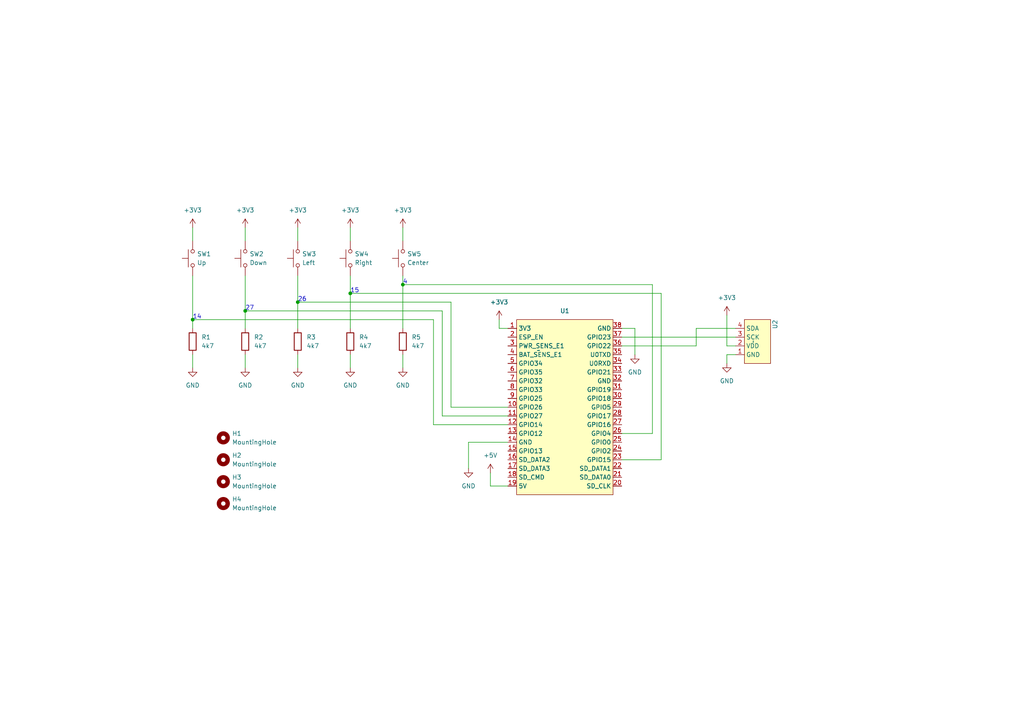
<source format=kicad_sch>
(kicad_sch (version 20230121) (generator eeschema)
  (paper "A4")
  (lib_symbols
    (symbol "BeerTracker:ESP32-DevKit-LiPo"
      (property "Reference" "U" (at -12.7 26.67 0))
      (symbol "ESP32-DevKit-LiPo_1_1"
        (rectangle (start -13.97 25.4) (end 13.97 -25.4) (fill (type background)))
        (pin output line (at -16.51 22.86 0) (length 2.54) (name "3V3") (number "1"))
        (pin bidirectional line (at -16.51 0 0) (length 2.54) (name "GPIO26") (number "10"))
        (pin bidirectional line (at -16.51 -2.54 0) (length 2.54) (name "GPIO27") (number "11"))
        (pin bidirectional line (at -16.51 -5.08 0) (length 2.54) (name "GPIO14") (number "12"))
        (pin bidirectional line (at -16.51 -7.62 0) (length 2.54) (name "GPIO12") (number "13"))
        (pin output line (at -16.51 -10.16 0) (length 2.54) (name "GND") (number "14"))
        (pin bidirectional line (at -16.51 -12.7 0) (length 2.54) (name "GPIO13") (number "15"))
        (pin bidirectional line (at -16.51 -15.24 0) (length 2.54) (name "SD_DATA2") (number "16"))
        (pin bidirectional line (at -16.51 -17.78 0) (length 2.54) (name "SD_DATA3") (number "17"))
        (pin bidirectional line (at -16.51 -20.32 0) (length 2.54) (name "SD_CMD") (number "18"))
        (pin output line (at -16.51 -22.86 0) (length 2.54) (name "5V") (number "19"))
        (pin input line (at -16.51 20.32 0) (length 2.54) (name "ESP_EN") (number "2"))
        (pin bidirectional line (at 16.51 -22.86 180) (length 2.54) (name "SD_CLK") (number "20"))
        (pin bidirectional line (at 16.51 -20.32 180) (length 2.54) (name "SD_DATA0") (number "21"))
        (pin bidirectional line (at 16.51 -17.78 180) (length 2.54) (name "SD_DATA1") (number "22"))
        (pin bidirectional line (at 16.51 -15.24 180) (length 2.54) (name "GPIO15") (number "23"))
        (pin bidirectional line (at 16.51 -12.7 180) (length 2.54) (name "GPIO2") (number "24"))
        (pin bidirectional line (at 16.51 -10.16 180) (length 2.54) (name "GPIO0") (number "25"))
        (pin bidirectional line (at 16.51 -7.62 180) (length 2.54) (name "GPIO4") (number "26"))
        (pin bidirectional line (at 16.51 -5.08 180) (length 2.54) (name "GPIO16") (number "27"))
        (pin bidirectional line (at 16.51 -2.54 180) (length 2.54) (name "GPIO17") (number "28"))
        (pin bidirectional line (at 16.51 0 180) (length 2.54) (name "GPIO5") (number "29"))
        (pin input line (at -16.51 17.78 0) (length 2.54) (name "PWR_SENS_E1") (number "3"))
        (pin bidirectional line (at 16.51 2.54 180) (length 2.54) (name "GPIO18") (number "30"))
        (pin bidirectional line (at 16.51 5.08 180) (length 2.54) (name "GPIO19") (number "31"))
        (pin output line (at 16.51 7.62 180) (length 2.54) (name "GND") (number "32"))
        (pin bidirectional line (at 16.51 10.16 180) (length 2.54) (name "GPIO21") (number "33"))
        (pin bidirectional line (at 16.51 12.7 180) (length 2.54) (name "U0RXD") (number "34"))
        (pin bidirectional line (at 16.51 15.24 180) (length 2.54) (name "U0TXD") (number "35"))
        (pin bidirectional line (at 16.51 17.78 180) (length 2.54) (name "GPIO22") (number "36"))
        (pin bidirectional line (at 16.51 20.32 180) (length 2.54) (name "GPIO23") (number "37"))
        (pin output line (at 16.51 22.86 180) (length 2.54) (name "GND") (number "38"))
        (pin input line (at -16.51 15.24 0) (length 2.54) (name "BAT_SENS_E1") (number "4"))
        (pin bidirectional line (at -16.51 12.7 0) (length 2.54) (name "GPIO34") (number "5"))
        (pin bidirectional line (at -16.51 10.16 0) (length 2.54) (name "GPIO35") (number "6"))
        (pin bidirectional line (at -16.51 7.62 0) (length 2.54) (name "GPIO32") (number "7"))
        (pin bidirectional line (at -16.51 5.08 0) (length 2.54) (name "GPIO33") (number "8"))
        (pin bidirectional line (at -16.51 2.54 0) (length 2.54) (name "GPIO25") (number "9"))
      )
    )
    (symbol "BeerTracker:OLED"
      (property "Reference" "U" (at -5.08 -6.35 0))
      (symbol "OLED_1_1"
        (rectangle (start -6.35 2.54) (end 6.35 -5.08) (fill (type background)))
        (pin input line (at -3.81 5.08 270) (length 2.54) (name "GND") (number "1"))
        (pin input line (at -1.27 5.08 270) (length 2.54) (name "VDD") (number "2"))
        (pin input line (at 1.27 5.08 270) (length 2.54) (name "SCK") (number "3"))
        (pin input line (at 3.81 5.08 270) (length 2.54) (name "SDA") (number "4"))
      )
    )
    (symbol "Device:R" (pin_numbers hide) (pin_names (offset 0))
      (property "Reference" "R" (at 2.032 0 90))
      (property "Value" "R" (at 0 0 90))
      (symbol "R_0_1"
        (rectangle (start -1.016 -2.54) (end 1.016 2.54) (stroke (width 0.254)))
      )
      (symbol "R_1_1"
        (pin passive line (at 0 3.81 270) (length 1.27) (name "~") (number "1"))
        (pin passive line (at 0 -3.81 90) (length 1.27) (name "~") (number "2"))
      )
    )
    (symbol "Mechanical:MountingHole" (pin_names (offset 1.016))
      (property "Reference" "H" (at 0 5.08 0))
      (property "Value" "MountingHole" (at 0 3.175 0))
      (symbol "MountingHole_0_1"
        (circle (center 0 0) (radius 1.27) (stroke (width 1.27)))
      )
    )
    (symbol "Switch:SW_Push" (pin_numbers hide) (pin_names (offset 1.016) hide)
      (property "Reference" "SW" (at 1.27 2.54 0))
      (property "Value" "SW_Push" (at 0 -1.524 0))
      (symbol "SW_Push_0_1"
        (circle (center -2.032 0) (radius 0.508))
        (polyline (pts (xy 0 1.27) (xy 0 3.048)))
        (polyline (pts (xy 2.54 1.27) (xy -2.54 1.27)))
        (circle (center 2.032 0) (radius 0.508))
        (pin passive line (at -5.08 0 0) (length 2.54) (name "1") (number "1"))
        (pin passive line (at 5.08 0 180) (length 2.54) (name "2") (number "2"))
      )
    )
    (symbol "power:+3V3" (power) (pin_names (offset 0))
      (property "Value" "+3V3" (at 0 3.556 0))
      (symbol "+3V3_0_1"
        (polyline (pts (xy -0.762 1.27) (xy 0 2.54)))
        (polyline (pts (xy 0 0) (xy 0 2.54)))
        (polyline (pts (xy 0 2.54) (xy 0.762 1.27)))
      )
      (symbol "+3V3_1_1"
        (pin power_in line (at 0 0 90) (length 0) hide (name "+3V3") (number "1"))
      )
    )
    (symbol "power:+5V" (power) (pin_names (offset 0))
      (property "Value" "+5V" (at 0 3.556 0))
      (symbol "+5V_0_1"
        (polyline (pts (xy -0.762 1.27) (xy 0 2.54)))
        (polyline (pts (xy 0 0) (xy 0 2.54)))
        (polyline (pts (xy 0 2.54) (xy 0.762 1.27)))
      )
      (symbol "+5V_1_1"
        (pin power_in line (at 0 0 90) (length 0) hide (name "+5V") (number "1"))
      )
    )
    (symbol "power:GND" (power) (pin_names (offset 0))
      (property "Value" "GND" (at 0 -3.81 0))
      (symbol "GND_0_1"
        (polyline (pts (xy 0 0) (xy 0 -1.27) (xy 1.27 -1.27) (xy 0 -2.54) (xy -1.27 -1.27) (xy 0 -1.27)))
      )
      (symbol "GND_1_1"
        (pin power_in line (at 0 0 270) (length 0) hide (name "GND") (number "1"))
      )
    )
  )
  (junction (at 55.88 92.71))
  (junction (at 86.36 87.63))
  (junction (at 116.84 82.55))
  (junction (at 71.12 90.17))
  (junction (at 101.6 85.09))
  (wire (pts (xy 144.78 92.71) (xy 144.78 95.25)))
  (wire (pts (xy 71.12 66.04) (xy 71.12 69.85)))
  (wire (pts (xy 135.89 128.27) (xy 135.89 135.89)))
  (wire (pts (xy 125.73 123.19) (xy 125.73 92.71)))
  (wire (pts (xy 189.23 125.73) (xy 189.23 82.55)))
  (wire (pts (xy 71.12 80.01) (xy 71.12 90.17)))
  (wire (pts (xy 101.6 80.01) (xy 101.6 85.09)))
  (wire (pts (xy 201.93 100.33) (xy 180.34 100.33)))
  (wire (pts (xy 116.84 102.87) (xy 116.84 106.68)))
  (wire (pts (xy 180.34 95.25) (xy 184.15 95.25)))
  (wire (pts (xy 210.82 91.44) (xy 210.82 100.33)))
  (wire (pts (xy 180.34 125.73) (xy 189.23 125.73)))
  (wire (pts (xy 180.34 133.35) (xy 191.77 133.35)))
  (wire (pts (xy 191.77 85.09) (xy 101.6 85.09)))
  (wire (pts (xy 86.36 87.63) (xy 86.36 95.25)))
  (wire (pts (xy 128.27 90.17) (xy 71.12 90.17)))
  (wire (pts (xy 71.12 90.17) (xy 71.12 95.25)))
  (wire (pts (xy 191.77 133.35) (xy 191.77 85.09)))
  (wire (pts (xy 180.34 97.79) (xy 213.36 97.79)))
  (wire (pts (xy 55.88 80.01) (xy 55.88 92.71)))
  (wire (pts (xy 147.32 128.27) (xy 135.89 128.27)))
  (wire (pts (xy 55.88 69.85) (xy 55.88 66.04)))
  (wire (pts (xy 55.88 102.87) (xy 55.88 106.68)))
  (wire (pts (xy 147.32 140.97) (xy 142.24 140.97)))
  (wire (pts (xy 128.27 120.65) (xy 128.27 90.17)))
  (wire (pts (xy 86.36 80.01) (xy 86.36 87.63)))
  (wire (pts (xy 101.6 85.09) (xy 101.6 95.25)))
  (wire (pts (xy 184.15 95.25) (xy 184.15 102.87)))
  (wire (pts (xy 201.93 95.25) (xy 201.93 100.33)))
  (wire (pts (xy 86.36 66.04) (xy 86.36 69.85)))
  (wire (pts (xy 147.32 123.19) (xy 125.73 123.19)))
  (wire (pts (xy 116.84 80.01) (xy 116.84 82.55)))
  (wire (pts (xy 116.84 66.04) (xy 116.84 69.85)))
  (wire (pts (xy 130.81 87.63) (xy 86.36 87.63)))
  (wire (pts (xy 147.32 118.11) (xy 130.81 118.11)))
  (wire (pts (xy 130.81 118.11) (xy 130.81 87.63)))
  (wire (pts (xy 101.6 66.04) (xy 101.6 69.85)))
  (wire (pts (xy 213.36 100.33) (xy 210.82 100.33)))
  (wire (pts (xy 101.6 102.87) (xy 101.6 106.68)))
  (wire (pts (xy 125.73 92.71) (xy 55.88 92.71)))
  (wire (pts (xy 142.24 140.97) (xy 142.24 137.16)))
  (wire (pts (xy 213.36 95.25) (xy 201.93 95.25)))
  (wire (pts (xy 189.23 82.55) (xy 116.84 82.55)))
  (wire (pts (xy 86.36 102.87) (xy 86.36 106.68)))
  (wire (pts (xy 210.82 102.87) (xy 210.82 105.41)))
  (wire (pts (xy 116.84 82.55) (xy 116.84 95.25)))
  (wire (pts (xy 213.36 102.87) (xy 210.82 102.87)))
  (wire (pts (xy 55.88 92.71) (xy 55.88 95.25)))
  (wire (pts (xy 147.32 95.25) (xy 144.78 95.25)))
  (wire (pts (xy 147.32 120.65) (xy 128.27 120.65)))
  (wire (pts (xy 71.12 102.87) (xy 71.12 106.68)))
  (text "26" (at 86.36 87.63 0) (effects (font (size 1.27 1.27)) (justify left bottom)))
  (text "4" (at 116.84 82.55 0) (effects (font (size 1.27 1.27)) (justify left bottom)))
  (text "27" (at 71.12 90.17 0) (effects (font (size 1.27 1.27)) (justify left bottom)))
  (text "14" (at 55.88 92.71 0) (effects (font (size 1.27 1.27)) (justify left bottom)))
  (text "15" (at 101.6 85.09 0) (effects (font (size 1.27 1.27)) (justify left bottom)))
  (symbol (lib_id "power:+3V3") (at 71.12 66.04 0) (unit 1)
    (property "Reference" "#PWR02" (effects hide))
    (property "Value" "+3V3" (at 71.12 60.96 0))
  )
  (symbol (lib_id "power:GND") (at 55.88 106.68 0) (unit 1)
    (property "Reference" "#PWR03" (effects hide))
    (property "Value" "GND" (at 55.88 111.76 0))
  )
  (symbol (lib_id "power:GND") (at 135.89 135.89 0) (unit 1)
    (property "Reference" "#PWR012" (effects hide))
    (property "Value" "GND" (at 135.89 140.97 0))
  )
  (symbol (lib_id "Switch:SW_Push") (at 55.88 74.93 90) (unit 1)
    (property "Reference" "SW1" (at 57.15 73.66 90) (effects (justify right)))
    (property "Value" "Up" (at 57.15 76.2 90) (effects (justify right)))
    (property "Footprint" "Button_Switch_THT:SW_PUSH_6mm" (effects hide))
  )
  (symbol (lib_id "power:+3V3") (at 144.78 92.71 0) (unit 1)
    (property "Reference" "#PWR010" (effects hide))
    (property "Value" "+3V3" (at 144.78 87.63 0))
  )
  (symbol (lib_id "Mechanical:MountingHole") (at 64.77 127 0) (unit 1)
    (property "Reference" "H1" (at 67.31 125.73 0) (effects (justify left)))
    (property "Value" "MountingHole" (at 67.31 128.27 0) (effects (justify left)))
    (property "Footprint" "MountingHole:MountingHole_3.2mm_M3" (effects hide))
  )
  (symbol (lib_id "Device:R") (at 101.6 99.06 0) (unit 1)
    (property "Reference" "R4" (at 104.14 97.79 0) (effects (justify left)))
    (property "Value" "4k7" (at 104.14 100.33 0) (effects (justify left)))
    (property "Footprint" "Resistor_SMD:R_0805_2012Metric_Pad1.20x1.40mm_HandSolder" (effects hide))
  )
  (symbol (lib_id "power:GND") (at 71.12 106.68 0) (unit 1)
    (property "Reference" "#PWR04" (effects hide))
    (property "Value" "GND" (at 71.12 111.76 0))
  )
  (symbol (lib_id "power:+3V3") (at 210.82 91.44 0) (unit 1)
    (property "Reference" "#PWR09" (effects hide))
    (property "Value" "+3V3" (at 210.82 86.36 0))
  )
  (symbol (lib_id "Device:R") (at 55.88 99.06 0) (unit 1)
    (property "Reference" "R1" (at 58.42 97.79 0) (effects (justify left)))
    (property "Value" "4k7" (at 58.42 100.33 0) (effects (justify left)))
    (property "Footprint" "Resistor_SMD:R_0805_2012Metric_Pad1.20x1.40mm_HandSolder" (effects hide))
  )
  (symbol (lib_id "power:GND") (at 101.6 106.68 0) (unit 1)
    (property "Reference" "#PWR06" (effects hide))
    (property "Value" "GND" (at 101.6 111.76 0))
  )
  (symbol (lib_id "Switch:SW_Push") (at 86.36 74.93 90) (unit 1)
    (property "Reference" "SW3" (at 87.63 73.66 90) (effects (justify right)))
    (property "Value" "Left" (at 87.63 76.2 90) (effects (justify right)))
    (property "Footprint" "Button_Switch_THT:SW_PUSH_6mm" (effects hide))
  )
  (symbol (lib_id "power:GND") (at 210.82 105.41 0) (unit 1)
    (property "Reference" "#PWR08" (effects hide))
    (property "Value" "GND" (at 210.82 110.49 0))
  )
  (symbol (lib_id "Mechanical:MountingHole") (at 64.77 146.05 0) (unit 1)
    (property "Reference" "H4" (at 67.31 144.78 0) (effects (justify left)))
    (property "Value" "MountingHole" (at 67.31 147.32 0) (effects (justify left)))
    (property "Footprint" "MountingHole:MountingHole_3.2mm_M3" (effects hide))
  )
  (symbol (lib_id "power:+3V3") (at 86.36 66.04 0) (unit 1)
    (property "Reference" "#PWR01" (effects hide))
    (property "Value" "+3V3" (at 86.36 60.96 0))
  )
  (symbol (lib_id "power:+3V3") (at 55.88 66.04 0) (unit 1)
    (property "Reference" "#PWR014" (effects hide))
    (property "Value" "+3V3" (at 55.88 60.96 0))
  )
  (symbol (lib_id "power:+3V3") (at 116.84 66.04 0) (unit 1)
    (property "Reference" "#PWR016" (effects hide))
    (property "Value" "+3V3" (at 116.84 60.96 0))
  )
  (symbol (lib_id "Device:R") (at 116.84 99.06 0) (unit 1)
    (property "Reference" "R5" (at 119.38 97.79 0) (effects (justify left)))
    (property "Value" "4k7" (at 119.38 100.33 0) (effects (justify left)))
    (property "Footprint" "Resistor_SMD:R_0805_2012Metric_Pad1.20x1.40mm_HandSolder" (effects hide))
  )
  (symbol (lib_id "Switch:SW_Push") (at 101.6 74.93 90) (unit 1)
    (property "Reference" "SW4" (at 102.87 73.66 90) (effects (justify right)))
    (property "Value" "Right" (at 102.87 76.2 90) (effects (justify right)))
    (property "Footprint" "Button_Switch_THT:SW_PUSH_6mm" (effects hide))
  )
  (symbol (lib_id "power:GND") (at 86.36 106.68 0) (unit 1)
    (property "Reference" "#PWR05" (effects hide))
    (property "Value" "GND" (at 86.36 111.76 0))
  )
  (symbol (lib_id "BeerTracker:OLED") (at 218.44 99.06 90) (unit 1)
    (property "Reference" "U2" (at 224.79 92.71 0) (effects (justify right)))
    (property "Value" "~" (at 218.44 99.06 0))
    (property "Footprint" "BeerTracker:OLED" (effects hide))
  )
  (symbol (lib_id "Mechanical:MountingHole") (at 64.77 139.7 0) (unit 1)
    (property "Reference" "H3" (at 67.31 138.43 0) (effects (justify left)))
    (property "Value" "MountingHole" (at 67.31 140.97 0) (effects (justify left)))
    (property "Footprint" "MountingHole:MountingHole_3.2mm_M3" (effects hide))
  )
  (symbol (lib_id "Device:R") (at 86.36 99.06 0) (unit 1)
    (property "Reference" "R3" (at 88.9 97.79 0) (effects (justify left)))
    (property "Value" "4k7" (at 88.9 100.33 0) (effects (justify left)))
    (property "Footprint" "Resistor_SMD:R_0805_2012Metric_Pad1.20x1.40mm_HandSolder" (effects hide))
  )
  (symbol (lib_id "Switch:SW_Push") (at 116.84 74.93 90) (unit 1)
    (property "Reference" "SW5" (at 118.11 73.66 90) (effects (justify right)))
    (property "Value" "Center" (at 118.11 76.2 90) (effects (justify right)))
    (property "Footprint" "Button_Switch_THT:SW_PUSH_6mm" (effects hide))
  )
  (symbol (lib_id "Mechanical:MountingHole") (at 64.77 133.35 0) (unit 1)
    (property "Reference" "H2" (at 67.31 132.08 0) (effects (justify left)))
    (property "Value" "MountingHole" (at 67.31 134.62 0) (effects (justify left)))
    (property "Footprint" "MountingHole:MountingHole_3.2mm_M3" (effects hide))
  )
  (symbol (lib_id "Switch:SW_Push") (at 71.12 74.93 90) (unit 1)
    (property "Reference" "SW2" (at 72.39 73.66 90) (effects (justify right)))
    (property "Value" "Down" (at 72.39 76.2 90) (effects (justify right)))
    (property "Footprint" "Button_Switch_THT:SW_PUSH_6mm" (effects hide))
  )
  (symbol (lib_id "power:+5V") (at 142.24 137.16 0) (unit 1)
    (property "Reference" "#PWR011" (effects hide))
    (property "Value" "+5V" (at 142.24 132.08 0))
  )
  (symbol (lib_id "power:+3V3") (at 101.6 66.04 0) (unit 1)
    (property "Reference" "#PWR015" (effects hide))
    (property "Value" "+3V3" (at 101.6 60.96 0))
  )
  (symbol (lib_id "Device:R") (at 71.12 99.06 0) (unit 1)
    (property "Reference" "R2" (at 73.66 97.79 0) (effects (justify left)))
    (property "Value" "4k7" (at 73.66 100.33 0) (effects (justify left)))
    (property "Footprint" "Resistor_SMD:R_0805_2012Metric_Pad1.20x1.40mm_HandSolder" (effects hide))
  )
  (symbol (lib_id "power:GND") (at 116.84 106.68 0) (unit 1)
    (property "Reference" "#PWR07" (effects hide))
    (property "Value" "GND" (at 116.84 111.76 0))
  )
  (symbol (lib_id "BeerTracker:ESP32-DevKit-LiPo") (at 163.83 118.11 0) (unit 1)
    (property "Reference" "U1" (at 163.83 90.17 0))
    (property "Value" "~" (at 156.21 101.6 0))
    (property "Footprint" "BeerTracker:ESP32-DevKit-LiPo" (effects hide))
  )
  (symbol (lib_id "power:GND") (at 184.15 102.87 0) (unit 1)
    (property "Reference" "#PWR013" (effects hide))
    (property "Value" "GND" (at 184.15 107.95 0))
  )
)
</source>
